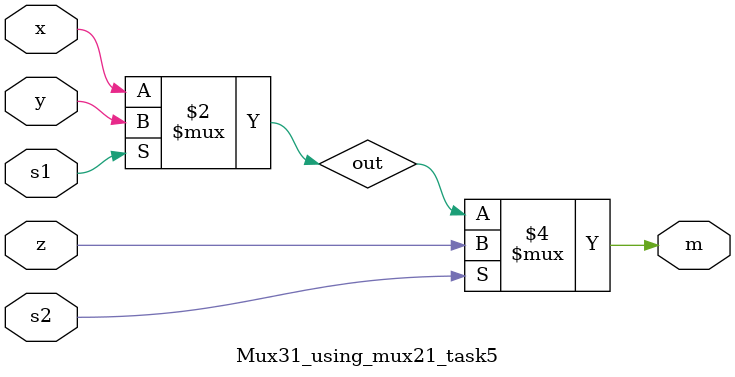
<source format=v>
`timescale 1ns / 1ps


module Mux31_using_mux21_task5(
    input x, y, z, s1, s2,
    output m
    );
    
    wire out;
    assign out = (~s1)?x:y;
    assign m = (~s2)?out:z;
    //if (s1 == 0) begin
    //    if (s2 == 0) begin
    //        assign m = x;
    //    end else begin
    //        assign m = y;
    //    end
    //end else begin
    //    assign m = z;
    //end
    
endmodule

</source>
